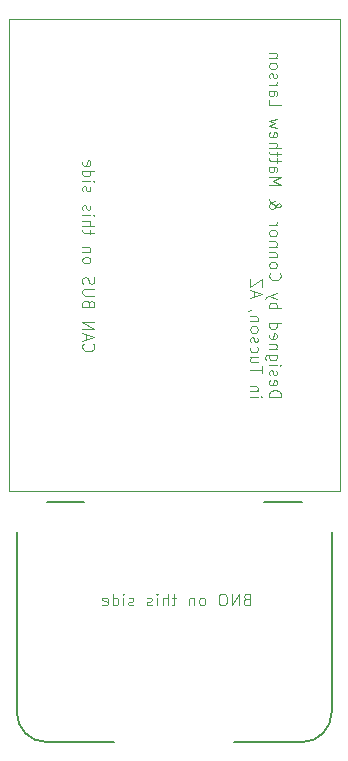
<source format=gbr>
%TF.GenerationSoftware,KiCad,Pcbnew,8.0.6*%
%TF.CreationDate,2025-01-26T20:50:08-07:00*%
%TF.ProjectId,ESP32 IMU,45535033-3220-4494-9d55-2e6b69636164,rev?*%
%TF.SameCoordinates,Original*%
%TF.FileFunction,Legend,Bot*%
%TF.FilePolarity,Positive*%
%FSLAX46Y46*%
G04 Gerber Fmt 4.6, Leading zero omitted, Abs format (unit mm)*
G04 Created by KiCad (PCBNEW 8.0.6) date 2025-01-26 20:50:08*
%MOMM*%
%LPD*%
G01*
G04 APERTURE LIST*
%ADD10C,0.100000*%
%ADD11C,0.127000*%
G04 APERTURE END LIST*
D10*
X121822819Y-91724687D02*
X121775200Y-91772306D01*
X121775200Y-91772306D02*
X121727580Y-91915163D01*
X121727580Y-91915163D02*
X121727580Y-92010401D01*
X121727580Y-92010401D02*
X121775200Y-92153258D01*
X121775200Y-92153258D02*
X121870438Y-92248496D01*
X121870438Y-92248496D02*
X121965676Y-92296115D01*
X121965676Y-92296115D02*
X122156152Y-92343734D01*
X122156152Y-92343734D02*
X122299009Y-92343734D01*
X122299009Y-92343734D02*
X122489485Y-92296115D01*
X122489485Y-92296115D02*
X122584723Y-92248496D01*
X122584723Y-92248496D02*
X122679961Y-92153258D01*
X122679961Y-92153258D02*
X122727580Y-92010401D01*
X122727580Y-92010401D02*
X122727580Y-91915163D01*
X122727580Y-91915163D02*
X122679961Y-91772306D01*
X122679961Y-91772306D02*
X122632342Y-91724687D01*
X122013295Y-91343734D02*
X122013295Y-90867544D01*
X121727580Y-91438972D02*
X122727580Y-91105639D01*
X122727580Y-91105639D02*
X121727580Y-90772306D01*
X121727580Y-90438972D02*
X122727580Y-90438972D01*
X122727580Y-90438972D02*
X121727580Y-89867544D01*
X121727580Y-89867544D02*
X122727580Y-89867544D01*
X122251390Y-88296115D02*
X122203771Y-88153258D01*
X122203771Y-88153258D02*
X122156152Y-88105639D01*
X122156152Y-88105639D02*
X122060914Y-88058020D01*
X122060914Y-88058020D02*
X121918057Y-88058020D01*
X121918057Y-88058020D02*
X121822819Y-88105639D01*
X121822819Y-88105639D02*
X121775200Y-88153258D01*
X121775200Y-88153258D02*
X121727580Y-88248496D01*
X121727580Y-88248496D02*
X121727580Y-88629448D01*
X121727580Y-88629448D02*
X122727580Y-88629448D01*
X122727580Y-88629448D02*
X122727580Y-88296115D01*
X122727580Y-88296115D02*
X122679961Y-88200877D01*
X122679961Y-88200877D02*
X122632342Y-88153258D01*
X122632342Y-88153258D02*
X122537104Y-88105639D01*
X122537104Y-88105639D02*
X122441866Y-88105639D01*
X122441866Y-88105639D02*
X122346628Y-88153258D01*
X122346628Y-88153258D02*
X122299009Y-88200877D01*
X122299009Y-88200877D02*
X122251390Y-88296115D01*
X122251390Y-88296115D02*
X122251390Y-88629448D01*
X122727580Y-87629448D02*
X121918057Y-87629448D01*
X121918057Y-87629448D02*
X121822819Y-87581829D01*
X121822819Y-87581829D02*
X121775200Y-87534210D01*
X121775200Y-87534210D02*
X121727580Y-87438972D01*
X121727580Y-87438972D02*
X121727580Y-87248496D01*
X121727580Y-87248496D02*
X121775200Y-87153258D01*
X121775200Y-87153258D02*
X121822819Y-87105639D01*
X121822819Y-87105639D02*
X121918057Y-87058020D01*
X121918057Y-87058020D02*
X122727580Y-87058020D01*
X121775200Y-86629448D02*
X121727580Y-86486591D01*
X121727580Y-86486591D02*
X121727580Y-86248496D01*
X121727580Y-86248496D02*
X121775200Y-86153258D01*
X121775200Y-86153258D02*
X121822819Y-86105639D01*
X121822819Y-86105639D02*
X121918057Y-86058020D01*
X121918057Y-86058020D02*
X122013295Y-86058020D01*
X122013295Y-86058020D02*
X122108533Y-86105639D01*
X122108533Y-86105639D02*
X122156152Y-86153258D01*
X122156152Y-86153258D02*
X122203771Y-86248496D01*
X122203771Y-86248496D02*
X122251390Y-86438972D01*
X122251390Y-86438972D02*
X122299009Y-86534210D01*
X122299009Y-86534210D02*
X122346628Y-86581829D01*
X122346628Y-86581829D02*
X122441866Y-86629448D01*
X122441866Y-86629448D02*
X122537104Y-86629448D01*
X122537104Y-86629448D02*
X122632342Y-86581829D01*
X122632342Y-86581829D02*
X122679961Y-86534210D01*
X122679961Y-86534210D02*
X122727580Y-86438972D01*
X122727580Y-86438972D02*
X122727580Y-86200877D01*
X122727580Y-86200877D02*
X122679961Y-86058020D01*
X121727580Y-84724686D02*
X121775200Y-84819924D01*
X121775200Y-84819924D02*
X121822819Y-84867543D01*
X121822819Y-84867543D02*
X121918057Y-84915162D01*
X121918057Y-84915162D02*
X122203771Y-84915162D01*
X122203771Y-84915162D02*
X122299009Y-84867543D01*
X122299009Y-84867543D02*
X122346628Y-84819924D01*
X122346628Y-84819924D02*
X122394247Y-84724686D01*
X122394247Y-84724686D02*
X122394247Y-84581829D01*
X122394247Y-84581829D02*
X122346628Y-84486591D01*
X122346628Y-84486591D02*
X122299009Y-84438972D01*
X122299009Y-84438972D02*
X122203771Y-84391353D01*
X122203771Y-84391353D02*
X121918057Y-84391353D01*
X121918057Y-84391353D02*
X121822819Y-84438972D01*
X121822819Y-84438972D02*
X121775200Y-84486591D01*
X121775200Y-84486591D02*
X121727580Y-84581829D01*
X121727580Y-84581829D02*
X121727580Y-84724686D01*
X122394247Y-83962781D02*
X121727580Y-83962781D01*
X122299009Y-83962781D02*
X122346628Y-83915162D01*
X122346628Y-83915162D02*
X122394247Y-83819924D01*
X122394247Y-83819924D02*
X122394247Y-83677067D01*
X122394247Y-83677067D02*
X122346628Y-83581829D01*
X122346628Y-83581829D02*
X122251390Y-83534210D01*
X122251390Y-83534210D02*
X121727580Y-83534210D01*
X122394247Y-82438971D02*
X122394247Y-82058019D01*
X122727580Y-82296114D02*
X121870438Y-82296114D01*
X121870438Y-82296114D02*
X121775200Y-82248495D01*
X121775200Y-82248495D02*
X121727580Y-82153257D01*
X121727580Y-82153257D02*
X121727580Y-82058019D01*
X121727580Y-81724685D02*
X122727580Y-81724685D01*
X121727580Y-81296114D02*
X122251390Y-81296114D01*
X122251390Y-81296114D02*
X122346628Y-81343733D01*
X122346628Y-81343733D02*
X122394247Y-81438971D01*
X122394247Y-81438971D02*
X122394247Y-81581828D01*
X122394247Y-81581828D02*
X122346628Y-81677066D01*
X122346628Y-81677066D02*
X122299009Y-81724685D01*
X121727580Y-80819923D02*
X122394247Y-80819923D01*
X122727580Y-80819923D02*
X122679961Y-80867542D01*
X122679961Y-80867542D02*
X122632342Y-80819923D01*
X122632342Y-80819923D02*
X122679961Y-80772304D01*
X122679961Y-80772304D02*
X122727580Y-80819923D01*
X122727580Y-80819923D02*
X122632342Y-80819923D01*
X121775200Y-80391352D02*
X121727580Y-80296114D01*
X121727580Y-80296114D02*
X121727580Y-80105638D01*
X121727580Y-80105638D02*
X121775200Y-80010400D01*
X121775200Y-80010400D02*
X121870438Y-79962781D01*
X121870438Y-79962781D02*
X121918057Y-79962781D01*
X121918057Y-79962781D02*
X122013295Y-80010400D01*
X122013295Y-80010400D02*
X122060914Y-80105638D01*
X122060914Y-80105638D02*
X122060914Y-80248495D01*
X122060914Y-80248495D02*
X122108533Y-80343733D01*
X122108533Y-80343733D02*
X122203771Y-80391352D01*
X122203771Y-80391352D02*
X122251390Y-80391352D01*
X122251390Y-80391352D02*
X122346628Y-80343733D01*
X122346628Y-80343733D02*
X122394247Y-80248495D01*
X122394247Y-80248495D02*
X122394247Y-80105638D01*
X122394247Y-80105638D02*
X122346628Y-80010400D01*
X121775200Y-78819923D02*
X121727580Y-78724685D01*
X121727580Y-78724685D02*
X121727580Y-78534209D01*
X121727580Y-78534209D02*
X121775200Y-78438971D01*
X121775200Y-78438971D02*
X121870438Y-78391352D01*
X121870438Y-78391352D02*
X121918057Y-78391352D01*
X121918057Y-78391352D02*
X122013295Y-78438971D01*
X122013295Y-78438971D02*
X122060914Y-78534209D01*
X122060914Y-78534209D02*
X122060914Y-78677066D01*
X122060914Y-78677066D02*
X122108533Y-78772304D01*
X122108533Y-78772304D02*
X122203771Y-78819923D01*
X122203771Y-78819923D02*
X122251390Y-78819923D01*
X122251390Y-78819923D02*
X122346628Y-78772304D01*
X122346628Y-78772304D02*
X122394247Y-78677066D01*
X122394247Y-78677066D02*
X122394247Y-78534209D01*
X122394247Y-78534209D02*
X122346628Y-78438971D01*
X121727580Y-77962780D02*
X122394247Y-77962780D01*
X122727580Y-77962780D02*
X122679961Y-78010399D01*
X122679961Y-78010399D02*
X122632342Y-77962780D01*
X122632342Y-77962780D02*
X122679961Y-77915161D01*
X122679961Y-77915161D02*
X122727580Y-77962780D01*
X122727580Y-77962780D02*
X122632342Y-77962780D01*
X121727580Y-77058019D02*
X122727580Y-77058019D01*
X121775200Y-77058019D02*
X121727580Y-77153257D01*
X121727580Y-77153257D02*
X121727580Y-77343733D01*
X121727580Y-77343733D02*
X121775200Y-77438971D01*
X121775200Y-77438971D02*
X121822819Y-77486590D01*
X121822819Y-77486590D02*
X121918057Y-77534209D01*
X121918057Y-77534209D02*
X122203771Y-77534209D01*
X122203771Y-77534209D02*
X122299009Y-77486590D01*
X122299009Y-77486590D02*
X122346628Y-77438971D01*
X122346628Y-77438971D02*
X122394247Y-77343733D01*
X122394247Y-77343733D02*
X122394247Y-77153257D01*
X122394247Y-77153257D02*
X122346628Y-77058019D01*
X121775200Y-76200876D02*
X121727580Y-76296114D01*
X121727580Y-76296114D02*
X121727580Y-76486590D01*
X121727580Y-76486590D02*
X121775200Y-76581828D01*
X121775200Y-76581828D02*
X121870438Y-76629447D01*
X121870438Y-76629447D02*
X122251390Y-76629447D01*
X122251390Y-76629447D02*
X122346628Y-76581828D01*
X122346628Y-76581828D02*
X122394247Y-76486590D01*
X122394247Y-76486590D02*
X122394247Y-76296114D01*
X122394247Y-76296114D02*
X122346628Y-76200876D01*
X122346628Y-76200876D02*
X122251390Y-76153257D01*
X122251390Y-76153257D02*
X122156152Y-76153257D01*
X122156152Y-76153257D02*
X122060914Y-76629447D01*
X135612782Y-113348609D02*
X135469925Y-113396228D01*
X135469925Y-113396228D02*
X135422306Y-113443847D01*
X135422306Y-113443847D02*
X135374687Y-113539085D01*
X135374687Y-113539085D02*
X135374687Y-113681942D01*
X135374687Y-113681942D02*
X135422306Y-113777180D01*
X135422306Y-113777180D02*
X135469925Y-113824800D01*
X135469925Y-113824800D02*
X135565163Y-113872419D01*
X135565163Y-113872419D02*
X135946115Y-113872419D01*
X135946115Y-113872419D02*
X135946115Y-112872419D01*
X135946115Y-112872419D02*
X135612782Y-112872419D01*
X135612782Y-112872419D02*
X135517544Y-112920038D01*
X135517544Y-112920038D02*
X135469925Y-112967657D01*
X135469925Y-112967657D02*
X135422306Y-113062895D01*
X135422306Y-113062895D02*
X135422306Y-113158133D01*
X135422306Y-113158133D02*
X135469925Y-113253371D01*
X135469925Y-113253371D02*
X135517544Y-113300990D01*
X135517544Y-113300990D02*
X135612782Y-113348609D01*
X135612782Y-113348609D02*
X135946115Y-113348609D01*
X134946115Y-113872419D02*
X134946115Y-112872419D01*
X134946115Y-112872419D02*
X134374687Y-113872419D01*
X134374687Y-113872419D02*
X134374687Y-112872419D01*
X133708020Y-112872419D02*
X133517544Y-112872419D01*
X133517544Y-112872419D02*
X133422306Y-112920038D01*
X133422306Y-112920038D02*
X133327068Y-113015276D01*
X133327068Y-113015276D02*
X133279449Y-113205752D01*
X133279449Y-113205752D02*
X133279449Y-113539085D01*
X133279449Y-113539085D02*
X133327068Y-113729561D01*
X133327068Y-113729561D02*
X133422306Y-113824800D01*
X133422306Y-113824800D02*
X133517544Y-113872419D01*
X133517544Y-113872419D02*
X133708020Y-113872419D01*
X133708020Y-113872419D02*
X133803258Y-113824800D01*
X133803258Y-113824800D02*
X133898496Y-113729561D01*
X133898496Y-113729561D02*
X133946115Y-113539085D01*
X133946115Y-113539085D02*
X133946115Y-113205752D01*
X133946115Y-113205752D02*
X133898496Y-113015276D01*
X133898496Y-113015276D02*
X133803258Y-112920038D01*
X133803258Y-112920038D02*
X133708020Y-112872419D01*
X131946115Y-113872419D02*
X132041353Y-113824800D01*
X132041353Y-113824800D02*
X132088972Y-113777180D01*
X132088972Y-113777180D02*
X132136591Y-113681942D01*
X132136591Y-113681942D02*
X132136591Y-113396228D01*
X132136591Y-113396228D02*
X132088972Y-113300990D01*
X132088972Y-113300990D02*
X132041353Y-113253371D01*
X132041353Y-113253371D02*
X131946115Y-113205752D01*
X131946115Y-113205752D02*
X131803258Y-113205752D01*
X131803258Y-113205752D02*
X131708020Y-113253371D01*
X131708020Y-113253371D02*
X131660401Y-113300990D01*
X131660401Y-113300990D02*
X131612782Y-113396228D01*
X131612782Y-113396228D02*
X131612782Y-113681942D01*
X131612782Y-113681942D02*
X131660401Y-113777180D01*
X131660401Y-113777180D02*
X131708020Y-113824800D01*
X131708020Y-113824800D02*
X131803258Y-113872419D01*
X131803258Y-113872419D02*
X131946115Y-113872419D01*
X131184210Y-113205752D02*
X131184210Y-113872419D01*
X131184210Y-113300990D02*
X131136591Y-113253371D01*
X131136591Y-113253371D02*
X131041353Y-113205752D01*
X131041353Y-113205752D02*
X130898496Y-113205752D01*
X130898496Y-113205752D02*
X130803258Y-113253371D01*
X130803258Y-113253371D02*
X130755639Y-113348609D01*
X130755639Y-113348609D02*
X130755639Y-113872419D01*
X129660400Y-113205752D02*
X129279448Y-113205752D01*
X129517543Y-112872419D02*
X129517543Y-113729561D01*
X129517543Y-113729561D02*
X129469924Y-113824800D01*
X129469924Y-113824800D02*
X129374686Y-113872419D01*
X129374686Y-113872419D02*
X129279448Y-113872419D01*
X128946114Y-113872419D02*
X128946114Y-112872419D01*
X128517543Y-113872419D02*
X128517543Y-113348609D01*
X128517543Y-113348609D02*
X128565162Y-113253371D01*
X128565162Y-113253371D02*
X128660400Y-113205752D01*
X128660400Y-113205752D02*
X128803257Y-113205752D01*
X128803257Y-113205752D02*
X128898495Y-113253371D01*
X128898495Y-113253371D02*
X128946114Y-113300990D01*
X128041352Y-113872419D02*
X128041352Y-113205752D01*
X128041352Y-112872419D02*
X128088971Y-112920038D01*
X128088971Y-112920038D02*
X128041352Y-112967657D01*
X128041352Y-112967657D02*
X127993733Y-112920038D01*
X127993733Y-112920038D02*
X128041352Y-112872419D01*
X128041352Y-112872419D02*
X128041352Y-112967657D01*
X127612781Y-113824800D02*
X127517543Y-113872419D01*
X127517543Y-113872419D02*
X127327067Y-113872419D01*
X127327067Y-113872419D02*
X127231829Y-113824800D01*
X127231829Y-113824800D02*
X127184210Y-113729561D01*
X127184210Y-113729561D02*
X127184210Y-113681942D01*
X127184210Y-113681942D02*
X127231829Y-113586704D01*
X127231829Y-113586704D02*
X127327067Y-113539085D01*
X127327067Y-113539085D02*
X127469924Y-113539085D01*
X127469924Y-113539085D02*
X127565162Y-113491466D01*
X127565162Y-113491466D02*
X127612781Y-113396228D01*
X127612781Y-113396228D02*
X127612781Y-113348609D01*
X127612781Y-113348609D02*
X127565162Y-113253371D01*
X127565162Y-113253371D02*
X127469924Y-113205752D01*
X127469924Y-113205752D02*
X127327067Y-113205752D01*
X127327067Y-113205752D02*
X127231829Y-113253371D01*
X126041352Y-113824800D02*
X125946114Y-113872419D01*
X125946114Y-113872419D02*
X125755638Y-113872419D01*
X125755638Y-113872419D02*
X125660400Y-113824800D01*
X125660400Y-113824800D02*
X125612781Y-113729561D01*
X125612781Y-113729561D02*
X125612781Y-113681942D01*
X125612781Y-113681942D02*
X125660400Y-113586704D01*
X125660400Y-113586704D02*
X125755638Y-113539085D01*
X125755638Y-113539085D02*
X125898495Y-113539085D01*
X125898495Y-113539085D02*
X125993733Y-113491466D01*
X125993733Y-113491466D02*
X126041352Y-113396228D01*
X126041352Y-113396228D02*
X126041352Y-113348609D01*
X126041352Y-113348609D02*
X125993733Y-113253371D01*
X125993733Y-113253371D02*
X125898495Y-113205752D01*
X125898495Y-113205752D02*
X125755638Y-113205752D01*
X125755638Y-113205752D02*
X125660400Y-113253371D01*
X125184209Y-113872419D02*
X125184209Y-113205752D01*
X125184209Y-112872419D02*
X125231828Y-112920038D01*
X125231828Y-112920038D02*
X125184209Y-112967657D01*
X125184209Y-112967657D02*
X125136590Y-112920038D01*
X125136590Y-112920038D02*
X125184209Y-112872419D01*
X125184209Y-112872419D02*
X125184209Y-112967657D01*
X124279448Y-113872419D02*
X124279448Y-112872419D01*
X124279448Y-113824800D02*
X124374686Y-113872419D01*
X124374686Y-113872419D02*
X124565162Y-113872419D01*
X124565162Y-113872419D02*
X124660400Y-113824800D01*
X124660400Y-113824800D02*
X124708019Y-113777180D01*
X124708019Y-113777180D02*
X124755638Y-113681942D01*
X124755638Y-113681942D02*
X124755638Y-113396228D01*
X124755638Y-113396228D02*
X124708019Y-113300990D01*
X124708019Y-113300990D02*
X124660400Y-113253371D01*
X124660400Y-113253371D02*
X124565162Y-113205752D01*
X124565162Y-113205752D02*
X124374686Y-113205752D01*
X124374686Y-113205752D02*
X124279448Y-113253371D01*
X123422305Y-113824800D02*
X123517543Y-113872419D01*
X123517543Y-113872419D02*
X123708019Y-113872419D01*
X123708019Y-113872419D02*
X123803257Y-113824800D01*
X123803257Y-113824800D02*
X123850876Y-113729561D01*
X123850876Y-113729561D02*
X123850876Y-113348609D01*
X123850876Y-113348609D02*
X123803257Y-113253371D01*
X123803257Y-113253371D02*
X123708019Y-113205752D01*
X123708019Y-113205752D02*
X123517543Y-113205752D01*
X123517543Y-113205752D02*
X123422305Y-113253371D01*
X123422305Y-113253371D02*
X123374686Y-113348609D01*
X123374686Y-113348609D02*
X123374686Y-113443847D01*
X123374686Y-113443847D02*
X123850876Y-113539085D01*
X137537524Y-96196115D02*
X138537524Y-96196115D01*
X138537524Y-96196115D02*
X138537524Y-95958020D01*
X138537524Y-95958020D02*
X138489905Y-95815163D01*
X138489905Y-95815163D02*
X138394667Y-95719925D01*
X138394667Y-95719925D02*
X138299429Y-95672306D01*
X138299429Y-95672306D02*
X138108953Y-95624687D01*
X138108953Y-95624687D02*
X137966096Y-95624687D01*
X137966096Y-95624687D02*
X137775620Y-95672306D01*
X137775620Y-95672306D02*
X137680382Y-95719925D01*
X137680382Y-95719925D02*
X137585144Y-95815163D01*
X137585144Y-95815163D02*
X137537524Y-95958020D01*
X137537524Y-95958020D02*
X137537524Y-96196115D01*
X137585144Y-94815163D02*
X137537524Y-94910401D01*
X137537524Y-94910401D02*
X137537524Y-95100877D01*
X137537524Y-95100877D02*
X137585144Y-95196115D01*
X137585144Y-95196115D02*
X137680382Y-95243734D01*
X137680382Y-95243734D02*
X138061334Y-95243734D01*
X138061334Y-95243734D02*
X138156572Y-95196115D01*
X138156572Y-95196115D02*
X138204191Y-95100877D01*
X138204191Y-95100877D02*
X138204191Y-94910401D01*
X138204191Y-94910401D02*
X138156572Y-94815163D01*
X138156572Y-94815163D02*
X138061334Y-94767544D01*
X138061334Y-94767544D02*
X137966096Y-94767544D01*
X137966096Y-94767544D02*
X137870858Y-95243734D01*
X137585144Y-94386591D02*
X137537524Y-94291353D01*
X137537524Y-94291353D02*
X137537524Y-94100877D01*
X137537524Y-94100877D02*
X137585144Y-94005639D01*
X137585144Y-94005639D02*
X137680382Y-93958020D01*
X137680382Y-93958020D02*
X137728001Y-93958020D01*
X137728001Y-93958020D02*
X137823239Y-94005639D01*
X137823239Y-94005639D02*
X137870858Y-94100877D01*
X137870858Y-94100877D02*
X137870858Y-94243734D01*
X137870858Y-94243734D02*
X137918477Y-94338972D01*
X137918477Y-94338972D02*
X138013715Y-94386591D01*
X138013715Y-94386591D02*
X138061334Y-94386591D01*
X138061334Y-94386591D02*
X138156572Y-94338972D01*
X138156572Y-94338972D02*
X138204191Y-94243734D01*
X138204191Y-94243734D02*
X138204191Y-94100877D01*
X138204191Y-94100877D02*
X138156572Y-94005639D01*
X137537524Y-93529448D02*
X138204191Y-93529448D01*
X138537524Y-93529448D02*
X138489905Y-93577067D01*
X138489905Y-93577067D02*
X138442286Y-93529448D01*
X138442286Y-93529448D02*
X138489905Y-93481829D01*
X138489905Y-93481829D02*
X138537524Y-93529448D01*
X138537524Y-93529448D02*
X138442286Y-93529448D01*
X138204191Y-92624687D02*
X137394667Y-92624687D01*
X137394667Y-92624687D02*
X137299429Y-92672306D01*
X137299429Y-92672306D02*
X137251810Y-92719925D01*
X137251810Y-92719925D02*
X137204191Y-92815163D01*
X137204191Y-92815163D02*
X137204191Y-92958020D01*
X137204191Y-92958020D02*
X137251810Y-93053258D01*
X137585144Y-92624687D02*
X137537524Y-92719925D01*
X137537524Y-92719925D02*
X137537524Y-92910401D01*
X137537524Y-92910401D02*
X137585144Y-93005639D01*
X137585144Y-93005639D02*
X137632763Y-93053258D01*
X137632763Y-93053258D02*
X137728001Y-93100877D01*
X137728001Y-93100877D02*
X138013715Y-93100877D01*
X138013715Y-93100877D02*
X138108953Y-93053258D01*
X138108953Y-93053258D02*
X138156572Y-93005639D01*
X138156572Y-93005639D02*
X138204191Y-92910401D01*
X138204191Y-92910401D02*
X138204191Y-92719925D01*
X138204191Y-92719925D02*
X138156572Y-92624687D01*
X138204191Y-92148496D02*
X137537524Y-92148496D01*
X138108953Y-92148496D02*
X138156572Y-92100877D01*
X138156572Y-92100877D02*
X138204191Y-92005639D01*
X138204191Y-92005639D02*
X138204191Y-91862782D01*
X138204191Y-91862782D02*
X138156572Y-91767544D01*
X138156572Y-91767544D02*
X138061334Y-91719925D01*
X138061334Y-91719925D02*
X137537524Y-91719925D01*
X137585144Y-90862782D02*
X137537524Y-90958020D01*
X137537524Y-90958020D02*
X137537524Y-91148496D01*
X137537524Y-91148496D02*
X137585144Y-91243734D01*
X137585144Y-91243734D02*
X137680382Y-91291353D01*
X137680382Y-91291353D02*
X138061334Y-91291353D01*
X138061334Y-91291353D02*
X138156572Y-91243734D01*
X138156572Y-91243734D02*
X138204191Y-91148496D01*
X138204191Y-91148496D02*
X138204191Y-90958020D01*
X138204191Y-90958020D02*
X138156572Y-90862782D01*
X138156572Y-90862782D02*
X138061334Y-90815163D01*
X138061334Y-90815163D02*
X137966096Y-90815163D01*
X137966096Y-90815163D02*
X137870858Y-91291353D01*
X137537524Y-89958020D02*
X138537524Y-89958020D01*
X137585144Y-89958020D02*
X137537524Y-90053258D01*
X137537524Y-90053258D02*
X137537524Y-90243734D01*
X137537524Y-90243734D02*
X137585144Y-90338972D01*
X137585144Y-90338972D02*
X137632763Y-90386591D01*
X137632763Y-90386591D02*
X137728001Y-90434210D01*
X137728001Y-90434210D02*
X138013715Y-90434210D01*
X138013715Y-90434210D02*
X138108953Y-90386591D01*
X138108953Y-90386591D02*
X138156572Y-90338972D01*
X138156572Y-90338972D02*
X138204191Y-90243734D01*
X138204191Y-90243734D02*
X138204191Y-90053258D01*
X138204191Y-90053258D02*
X138156572Y-89958020D01*
X137537524Y-88719924D02*
X138537524Y-88719924D01*
X138156572Y-88719924D02*
X138204191Y-88624686D01*
X138204191Y-88624686D02*
X138204191Y-88434210D01*
X138204191Y-88434210D02*
X138156572Y-88338972D01*
X138156572Y-88338972D02*
X138108953Y-88291353D01*
X138108953Y-88291353D02*
X138013715Y-88243734D01*
X138013715Y-88243734D02*
X137728001Y-88243734D01*
X137728001Y-88243734D02*
X137632763Y-88291353D01*
X137632763Y-88291353D02*
X137585144Y-88338972D01*
X137585144Y-88338972D02*
X137537524Y-88434210D01*
X137537524Y-88434210D02*
X137537524Y-88624686D01*
X137537524Y-88624686D02*
X137585144Y-88719924D01*
X138204191Y-87910400D02*
X137537524Y-87672305D01*
X138204191Y-87434210D02*
X137537524Y-87672305D01*
X137537524Y-87672305D02*
X137299429Y-87767543D01*
X137299429Y-87767543D02*
X137251810Y-87815162D01*
X137251810Y-87815162D02*
X137204191Y-87910400D01*
X137632763Y-85719924D02*
X137585144Y-85767543D01*
X137585144Y-85767543D02*
X137537524Y-85910400D01*
X137537524Y-85910400D02*
X137537524Y-86005638D01*
X137537524Y-86005638D02*
X137585144Y-86148495D01*
X137585144Y-86148495D02*
X137680382Y-86243733D01*
X137680382Y-86243733D02*
X137775620Y-86291352D01*
X137775620Y-86291352D02*
X137966096Y-86338971D01*
X137966096Y-86338971D02*
X138108953Y-86338971D01*
X138108953Y-86338971D02*
X138299429Y-86291352D01*
X138299429Y-86291352D02*
X138394667Y-86243733D01*
X138394667Y-86243733D02*
X138489905Y-86148495D01*
X138489905Y-86148495D02*
X138537524Y-86005638D01*
X138537524Y-86005638D02*
X138537524Y-85910400D01*
X138537524Y-85910400D02*
X138489905Y-85767543D01*
X138489905Y-85767543D02*
X138442286Y-85719924D01*
X137537524Y-85148495D02*
X137585144Y-85243733D01*
X137585144Y-85243733D02*
X137632763Y-85291352D01*
X137632763Y-85291352D02*
X137728001Y-85338971D01*
X137728001Y-85338971D02*
X138013715Y-85338971D01*
X138013715Y-85338971D02*
X138108953Y-85291352D01*
X138108953Y-85291352D02*
X138156572Y-85243733D01*
X138156572Y-85243733D02*
X138204191Y-85148495D01*
X138204191Y-85148495D02*
X138204191Y-85005638D01*
X138204191Y-85005638D02*
X138156572Y-84910400D01*
X138156572Y-84910400D02*
X138108953Y-84862781D01*
X138108953Y-84862781D02*
X138013715Y-84815162D01*
X138013715Y-84815162D02*
X137728001Y-84815162D01*
X137728001Y-84815162D02*
X137632763Y-84862781D01*
X137632763Y-84862781D02*
X137585144Y-84910400D01*
X137585144Y-84910400D02*
X137537524Y-85005638D01*
X137537524Y-85005638D02*
X137537524Y-85148495D01*
X138204191Y-84386590D02*
X137537524Y-84386590D01*
X138108953Y-84386590D02*
X138156572Y-84338971D01*
X138156572Y-84338971D02*
X138204191Y-84243733D01*
X138204191Y-84243733D02*
X138204191Y-84100876D01*
X138204191Y-84100876D02*
X138156572Y-84005638D01*
X138156572Y-84005638D02*
X138061334Y-83958019D01*
X138061334Y-83958019D02*
X137537524Y-83958019D01*
X138204191Y-83481828D02*
X137537524Y-83481828D01*
X138108953Y-83481828D02*
X138156572Y-83434209D01*
X138156572Y-83434209D02*
X138204191Y-83338971D01*
X138204191Y-83338971D02*
X138204191Y-83196114D01*
X138204191Y-83196114D02*
X138156572Y-83100876D01*
X138156572Y-83100876D02*
X138061334Y-83053257D01*
X138061334Y-83053257D02*
X137537524Y-83053257D01*
X137537524Y-82434209D02*
X137585144Y-82529447D01*
X137585144Y-82529447D02*
X137632763Y-82577066D01*
X137632763Y-82577066D02*
X137728001Y-82624685D01*
X137728001Y-82624685D02*
X138013715Y-82624685D01*
X138013715Y-82624685D02*
X138108953Y-82577066D01*
X138108953Y-82577066D02*
X138156572Y-82529447D01*
X138156572Y-82529447D02*
X138204191Y-82434209D01*
X138204191Y-82434209D02*
X138204191Y-82291352D01*
X138204191Y-82291352D02*
X138156572Y-82196114D01*
X138156572Y-82196114D02*
X138108953Y-82148495D01*
X138108953Y-82148495D02*
X138013715Y-82100876D01*
X138013715Y-82100876D02*
X137728001Y-82100876D01*
X137728001Y-82100876D02*
X137632763Y-82148495D01*
X137632763Y-82148495D02*
X137585144Y-82196114D01*
X137585144Y-82196114D02*
X137537524Y-82291352D01*
X137537524Y-82291352D02*
X137537524Y-82434209D01*
X137537524Y-81672304D02*
X138204191Y-81672304D01*
X138013715Y-81672304D02*
X138108953Y-81624685D01*
X138108953Y-81624685D02*
X138156572Y-81577066D01*
X138156572Y-81577066D02*
X138204191Y-81481828D01*
X138204191Y-81481828D02*
X138204191Y-81386590D01*
X137537524Y-79481827D02*
X137537524Y-79529447D01*
X137537524Y-79529447D02*
X137585144Y-79624685D01*
X137585144Y-79624685D02*
X137728001Y-79767542D01*
X137728001Y-79767542D02*
X138013715Y-80005637D01*
X138013715Y-80005637D02*
X138156572Y-80100875D01*
X138156572Y-80100875D02*
X138299429Y-80148494D01*
X138299429Y-80148494D02*
X138394667Y-80148494D01*
X138394667Y-80148494D02*
X138489905Y-80100875D01*
X138489905Y-80100875D02*
X138537524Y-80005637D01*
X138537524Y-80005637D02*
X138537524Y-79958018D01*
X138537524Y-79958018D02*
X138489905Y-79862780D01*
X138489905Y-79862780D02*
X138394667Y-79815161D01*
X138394667Y-79815161D02*
X138347048Y-79815161D01*
X138347048Y-79815161D02*
X138251810Y-79862780D01*
X138251810Y-79862780D02*
X138204191Y-79910399D01*
X138204191Y-79910399D02*
X138013715Y-80196113D01*
X138013715Y-80196113D02*
X137966096Y-80243732D01*
X137966096Y-80243732D02*
X137870858Y-80291351D01*
X137870858Y-80291351D02*
X137728001Y-80291351D01*
X137728001Y-80291351D02*
X137632763Y-80243732D01*
X137632763Y-80243732D02*
X137585144Y-80196113D01*
X137585144Y-80196113D02*
X137537524Y-80100875D01*
X137537524Y-80100875D02*
X137537524Y-79958018D01*
X137537524Y-79958018D02*
X137585144Y-79862780D01*
X137585144Y-79862780D02*
X137632763Y-79815161D01*
X137632763Y-79815161D02*
X137823239Y-79672304D01*
X137823239Y-79672304D02*
X137966096Y-79624685D01*
X137966096Y-79624685D02*
X138061334Y-79624685D01*
X137537524Y-78291351D02*
X138537524Y-78291351D01*
X138537524Y-78291351D02*
X137823239Y-77958018D01*
X137823239Y-77958018D02*
X138537524Y-77624685D01*
X138537524Y-77624685D02*
X137537524Y-77624685D01*
X137537524Y-76719923D02*
X138061334Y-76719923D01*
X138061334Y-76719923D02*
X138156572Y-76767542D01*
X138156572Y-76767542D02*
X138204191Y-76862780D01*
X138204191Y-76862780D02*
X138204191Y-77053256D01*
X138204191Y-77053256D02*
X138156572Y-77148494D01*
X137585144Y-76719923D02*
X137537524Y-76815161D01*
X137537524Y-76815161D02*
X137537524Y-77053256D01*
X137537524Y-77053256D02*
X137585144Y-77148494D01*
X137585144Y-77148494D02*
X137680382Y-77196113D01*
X137680382Y-77196113D02*
X137775620Y-77196113D01*
X137775620Y-77196113D02*
X137870858Y-77148494D01*
X137870858Y-77148494D02*
X137918477Y-77053256D01*
X137918477Y-77053256D02*
X137918477Y-76815161D01*
X137918477Y-76815161D02*
X137966096Y-76719923D01*
X138204191Y-76386589D02*
X138204191Y-76005637D01*
X138537524Y-76243732D02*
X137680382Y-76243732D01*
X137680382Y-76243732D02*
X137585144Y-76196113D01*
X137585144Y-76196113D02*
X137537524Y-76100875D01*
X137537524Y-76100875D02*
X137537524Y-76005637D01*
X138204191Y-75815160D02*
X138204191Y-75434208D01*
X138537524Y-75672303D02*
X137680382Y-75672303D01*
X137680382Y-75672303D02*
X137585144Y-75624684D01*
X137585144Y-75624684D02*
X137537524Y-75529446D01*
X137537524Y-75529446D02*
X137537524Y-75434208D01*
X137537524Y-75100874D02*
X138537524Y-75100874D01*
X137537524Y-74672303D02*
X138061334Y-74672303D01*
X138061334Y-74672303D02*
X138156572Y-74719922D01*
X138156572Y-74719922D02*
X138204191Y-74815160D01*
X138204191Y-74815160D02*
X138204191Y-74958017D01*
X138204191Y-74958017D02*
X138156572Y-75053255D01*
X138156572Y-75053255D02*
X138108953Y-75100874D01*
X137585144Y-73815160D02*
X137537524Y-73910398D01*
X137537524Y-73910398D02*
X137537524Y-74100874D01*
X137537524Y-74100874D02*
X137585144Y-74196112D01*
X137585144Y-74196112D02*
X137680382Y-74243731D01*
X137680382Y-74243731D02*
X138061334Y-74243731D01*
X138061334Y-74243731D02*
X138156572Y-74196112D01*
X138156572Y-74196112D02*
X138204191Y-74100874D01*
X138204191Y-74100874D02*
X138204191Y-73910398D01*
X138204191Y-73910398D02*
X138156572Y-73815160D01*
X138156572Y-73815160D02*
X138061334Y-73767541D01*
X138061334Y-73767541D02*
X137966096Y-73767541D01*
X137966096Y-73767541D02*
X137870858Y-74243731D01*
X138204191Y-73434207D02*
X137537524Y-73243731D01*
X137537524Y-73243731D02*
X138013715Y-73053255D01*
X138013715Y-73053255D02*
X137537524Y-72862779D01*
X137537524Y-72862779D02*
X138204191Y-72672303D01*
X137537524Y-71053255D02*
X137537524Y-71529445D01*
X137537524Y-71529445D02*
X138537524Y-71529445D01*
X137537524Y-70291350D02*
X138061334Y-70291350D01*
X138061334Y-70291350D02*
X138156572Y-70338969D01*
X138156572Y-70338969D02*
X138204191Y-70434207D01*
X138204191Y-70434207D02*
X138204191Y-70624683D01*
X138204191Y-70624683D02*
X138156572Y-70719921D01*
X137585144Y-70291350D02*
X137537524Y-70386588D01*
X137537524Y-70386588D02*
X137537524Y-70624683D01*
X137537524Y-70624683D02*
X137585144Y-70719921D01*
X137585144Y-70719921D02*
X137680382Y-70767540D01*
X137680382Y-70767540D02*
X137775620Y-70767540D01*
X137775620Y-70767540D02*
X137870858Y-70719921D01*
X137870858Y-70719921D02*
X137918477Y-70624683D01*
X137918477Y-70624683D02*
X137918477Y-70386588D01*
X137918477Y-70386588D02*
X137966096Y-70291350D01*
X137537524Y-69815159D02*
X138204191Y-69815159D01*
X138013715Y-69815159D02*
X138108953Y-69767540D01*
X138108953Y-69767540D02*
X138156572Y-69719921D01*
X138156572Y-69719921D02*
X138204191Y-69624683D01*
X138204191Y-69624683D02*
X138204191Y-69529445D01*
X137585144Y-69243730D02*
X137537524Y-69148492D01*
X137537524Y-69148492D02*
X137537524Y-68958016D01*
X137537524Y-68958016D02*
X137585144Y-68862778D01*
X137585144Y-68862778D02*
X137680382Y-68815159D01*
X137680382Y-68815159D02*
X137728001Y-68815159D01*
X137728001Y-68815159D02*
X137823239Y-68862778D01*
X137823239Y-68862778D02*
X137870858Y-68958016D01*
X137870858Y-68958016D02*
X137870858Y-69100873D01*
X137870858Y-69100873D02*
X137918477Y-69196111D01*
X137918477Y-69196111D02*
X138013715Y-69243730D01*
X138013715Y-69243730D02*
X138061334Y-69243730D01*
X138061334Y-69243730D02*
X138156572Y-69196111D01*
X138156572Y-69196111D02*
X138204191Y-69100873D01*
X138204191Y-69100873D02*
X138204191Y-68958016D01*
X138204191Y-68958016D02*
X138156572Y-68862778D01*
X137537524Y-68243730D02*
X137585144Y-68338968D01*
X137585144Y-68338968D02*
X137632763Y-68386587D01*
X137632763Y-68386587D02*
X137728001Y-68434206D01*
X137728001Y-68434206D02*
X138013715Y-68434206D01*
X138013715Y-68434206D02*
X138108953Y-68386587D01*
X138108953Y-68386587D02*
X138156572Y-68338968D01*
X138156572Y-68338968D02*
X138204191Y-68243730D01*
X138204191Y-68243730D02*
X138204191Y-68100873D01*
X138204191Y-68100873D02*
X138156572Y-68005635D01*
X138156572Y-68005635D02*
X138108953Y-67958016D01*
X138108953Y-67958016D02*
X138013715Y-67910397D01*
X138013715Y-67910397D02*
X137728001Y-67910397D01*
X137728001Y-67910397D02*
X137632763Y-67958016D01*
X137632763Y-67958016D02*
X137585144Y-68005635D01*
X137585144Y-68005635D02*
X137537524Y-68100873D01*
X137537524Y-68100873D02*
X137537524Y-68243730D01*
X138204191Y-67481825D02*
X137537524Y-67481825D01*
X138108953Y-67481825D02*
X138156572Y-67434206D01*
X138156572Y-67434206D02*
X138204191Y-67338968D01*
X138204191Y-67338968D02*
X138204191Y-67196111D01*
X138204191Y-67196111D02*
X138156572Y-67100873D01*
X138156572Y-67100873D02*
X138061334Y-67053254D01*
X138061334Y-67053254D02*
X137537524Y-67053254D01*
X135927580Y-96196115D02*
X136594247Y-96196115D01*
X136927580Y-96196115D02*
X136879961Y-96243734D01*
X136879961Y-96243734D02*
X136832342Y-96196115D01*
X136832342Y-96196115D02*
X136879961Y-96148496D01*
X136879961Y-96148496D02*
X136927580Y-96196115D01*
X136927580Y-96196115D02*
X136832342Y-96196115D01*
X136594247Y-95719925D02*
X135927580Y-95719925D01*
X136499009Y-95719925D02*
X136546628Y-95672306D01*
X136546628Y-95672306D02*
X136594247Y-95577068D01*
X136594247Y-95577068D02*
X136594247Y-95434211D01*
X136594247Y-95434211D02*
X136546628Y-95338973D01*
X136546628Y-95338973D02*
X136451390Y-95291354D01*
X136451390Y-95291354D02*
X135927580Y-95291354D01*
X136927580Y-94196115D02*
X136927580Y-93624687D01*
X135927580Y-93910401D02*
X136927580Y-93910401D01*
X136594247Y-92862782D02*
X135927580Y-92862782D01*
X136594247Y-93291353D02*
X136070438Y-93291353D01*
X136070438Y-93291353D02*
X135975200Y-93243734D01*
X135975200Y-93243734D02*
X135927580Y-93148496D01*
X135927580Y-93148496D02*
X135927580Y-93005639D01*
X135927580Y-93005639D02*
X135975200Y-92910401D01*
X135975200Y-92910401D02*
X136022819Y-92862782D01*
X135975200Y-91958020D02*
X135927580Y-92053258D01*
X135927580Y-92053258D02*
X135927580Y-92243734D01*
X135927580Y-92243734D02*
X135975200Y-92338972D01*
X135975200Y-92338972D02*
X136022819Y-92386591D01*
X136022819Y-92386591D02*
X136118057Y-92434210D01*
X136118057Y-92434210D02*
X136403771Y-92434210D01*
X136403771Y-92434210D02*
X136499009Y-92386591D01*
X136499009Y-92386591D02*
X136546628Y-92338972D01*
X136546628Y-92338972D02*
X136594247Y-92243734D01*
X136594247Y-92243734D02*
X136594247Y-92053258D01*
X136594247Y-92053258D02*
X136546628Y-91958020D01*
X135975200Y-91577067D02*
X135927580Y-91481829D01*
X135927580Y-91481829D02*
X135927580Y-91291353D01*
X135927580Y-91291353D02*
X135975200Y-91196115D01*
X135975200Y-91196115D02*
X136070438Y-91148496D01*
X136070438Y-91148496D02*
X136118057Y-91148496D01*
X136118057Y-91148496D02*
X136213295Y-91196115D01*
X136213295Y-91196115D02*
X136260914Y-91291353D01*
X136260914Y-91291353D02*
X136260914Y-91434210D01*
X136260914Y-91434210D02*
X136308533Y-91529448D01*
X136308533Y-91529448D02*
X136403771Y-91577067D01*
X136403771Y-91577067D02*
X136451390Y-91577067D01*
X136451390Y-91577067D02*
X136546628Y-91529448D01*
X136546628Y-91529448D02*
X136594247Y-91434210D01*
X136594247Y-91434210D02*
X136594247Y-91291353D01*
X136594247Y-91291353D02*
X136546628Y-91196115D01*
X135927580Y-90577067D02*
X135975200Y-90672305D01*
X135975200Y-90672305D02*
X136022819Y-90719924D01*
X136022819Y-90719924D02*
X136118057Y-90767543D01*
X136118057Y-90767543D02*
X136403771Y-90767543D01*
X136403771Y-90767543D02*
X136499009Y-90719924D01*
X136499009Y-90719924D02*
X136546628Y-90672305D01*
X136546628Y-90672305D02*
X136594247Y-90577067D01*
X136594247Y-90577067D02*
X136594247Y-90434210D01*
X136594247Y-90434210D02*
X136546628Y-90338972D01*
X136546628Y-90338972D02*
X136499009Y-90291353D01*
X136499009Y-90291353D02*
X136403771Y-90243734D01*
X136403771Y-90243734D02*
X136118057Y-90243734D01*
X136118057Y-90243734D02*
X136022819Y-90291353D01*
X136022819Y-90291353D02*
X135975200Y-90338972D01*
X135975200Y-90338972D02*
X135927580Y-90434210D01*
X135927580Y-90434210D02*
X135927580Y-90577067D01*
X136594247Y-89815162D02*
X135927580Y-89815162D01*
X136499009Y-89815162D02*
X136546628Y-89767543D01*
X136546628Y-89767543D02*
X136594247Y-89672305D01*
X136594247Y-89672305D02*
X136594247Y-89529448D01*
X136594247Y-89529448D02*
X136546628Y-89434210D01*
X136546628Y-89434210D02*
X136451390Y-89386591D01*
X136451390Y-89386591D02*
X135927580Y-89386591D01*
X135975200Y-88862781D02*
X135927580Y-88862781D01*
X135927580Y-88862781D02*
X135832342Y-88910400D01*
X135832342Y-88910400D02*
X135784723Y-88958019D01*
X136213295Y-87719924D02*
X136213295Y-87243734D01*
X135927580Y-87815162D02*
X136927580Y-87481829D01*
X136927580Y-87481829D02*
X135927580Y-87148496D01*
X136927580Y-86910400D02*
X136927580Y-86243734D01*
X136927580Y-86243734D02*
X135927580Y-86910400D01*
X135927580Y-86910400D02*
X135927580Y-86243734D01*
%TO.C,CAN Bus (Facing UP)*%
X143500000Y-104190000D02*
X115500000Y-104190000D01*
X115500000Y-64190000D01*
X143500000Y-64190000D01*
X143500000Y-104190000D01*
D11*
%TO.C,UNIT_3*%
X116165000Y-122900000D02*
X116165000Y-107660000D01*
X118705000Y-105120000D02*
X121864800Y-105120000D01*
X124404800Y-125440000D02*
X118705000Y-125440000D01*
X137135200Y-105120000D02*
X140295000Y-105120000D01*
X140295000Y-125440000D02*
X134595200Y-125440000D01*
X142835000Y-107660000D02*
X142835000Y-122900000D01*
X118705000Y-125440000D02*
G75*
G02*
X116165000Y-122900000I1J2540001D01*
G01*
X142835000Y-122900000D02*
G75*
G02*
X140295000Y-125440000I-2540000J0D01*
G01*
%TD*%
M02*

</source>
